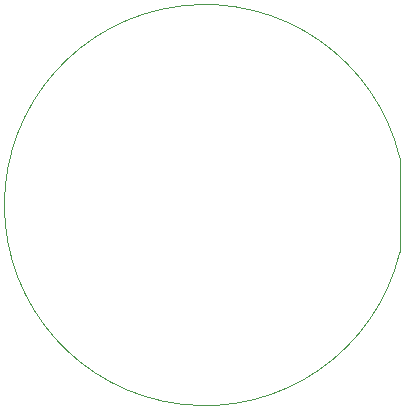
<source format=gbr>
%TF.GenerationSoftware,KiCad,Pcbnew,(5.1.6)-1*%
%TF.CreationDate,2020-10-05T19:31:36+02:00*%
%TF.ProjectId,NRF24,4e524632-342e-46b6-9963-61645f706362,rev?*%
%TF.SameCoordinates,Original*%
%TF.FileFunction,Profile,NP*%
%FSLAX46Y46*%
G04 Gerber Fmt 4.6, Leading zero omitted, Abs format (unit mm)*
G04 Created by KiCad (PCBNEW (5.1.6)-1) date 2020-10-05 19:31:36*
%MOMM*%
%LPD*%
G01*
G04 APERTURE LIST*
%TA.AperFunction,Profile*%
%ADD10C,0.050000*%
%TD*%
G04 APERTURE END LIST*
D10*
X197250000Y-91250000D02*
G75*
G02*
X197250000Y-83250000I-16500000J4000000D01*
G01*
X197250000Y-83250000D02*
X197250000Y-91250000D01*
M02*

</source>
